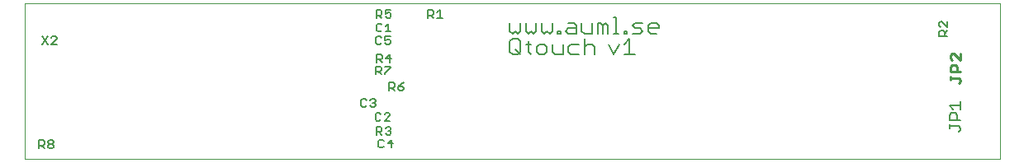
<source format=gto>
G75*
G70*
%OFA0B0*%
%FSLAX24Y24*%
%IPPOS*%
%LPD*%
%AMOC8*
5,1,8,0,0,1.08239X$1,22.5*
%
%ADD10C,0.0000*%
%ADD11C,0.0060*%
%ADD12C,0.0050*%
%ADD13C,0.0080*%
%ADD14C,0.0100*%
D10*
X003649Y000907D02*
X043019Y000907D01*
X043019Y007206D01*
X003649Y007206D01*
X003649Y000907D01*
D11*
X023241Y005245D02*
X023348Y005138D01*
X023562Y005138D01*
X023669Y005245D01*
X023669Y005672D01*
X023562Y005778D01*
X023348Y005778D01*
X023241Y005672D01*
X023241Y005245D01*
X023455Y005351D02*
X023669Y005138D01*
X023993Y005245D02*
X024100Y005138D01*
X023993Y005245D02*
X023993Y005672D01*
X023886Y005565D02*
X024100Y005565D01*
X024316Y005458D02*
X024422Y005565D01*
X024636Y005565D01*
X024743Y005458D01*
X024743Y005245D01*
X024636Y005138D01*
X024422Y005138D01*
X024316Y005245D01*
X024316Y005458D01*
X024960Y005565D02*
X024960Y005245D01*
X025067Y005138D01*
X025387Y005138D01*
X025387Y005565D01*
X025605Y005458D02*
X025711Y005565D01*
X026032Y005565D01*
X026249Y005458D02*
X026356Y005565D01*
X026570Y005565D01*
X026676Y005458D01*
X026676Y005138D01*
X026249Y005138D02*
X026249Y005778D01*
X027222Y005565D02*
X027435Y005138D01*
X027649Y005565D01*
X027866Y005565D02*
X028080Y005778D01*
X028080Y005138D01*
X028293Y005138D02*
X027866Y005138D01*
X026032Y005138D02*
X025711Y005138D01*
X025605Y005245D01*
X025605Y005458D01*
X025604Y005992D02*
X025497Y006099D01*
X025604Y006206D01*
X025924Y006206D01*
X025924Y006312D02*
X025924Y005992D01*
X025604Y005992D01*
X025282Y005992D02*
X025175Y005992D01*
X025175Y006099D01*
X025282Y006099D01*
X025282Y005992D01*
X024958Y006099D02*
X024958Y006419D01*
X024531Y006419D02*
X024531Y006099D01*
X024637Y005992D01*
X024744Y006099D01*
X024851Y005992D01*
X024958Y006099D01*
X024313Y006099D02*
X024313Y006419D01*
X023886Y006419D02*
X023886Y006099D01*
X023993Y005992D01*
X024100Y006099D01*
X024206Y005992D01*
X024313Y006099D01*
X023669Y006099D02*
X023562Y005992D01*
X023455Y006099D01*
X023348Y005992D01*
X023241Y006099D01*
X023241Y006419D01*
X023669Y006419D02*
X023669Y006099D01*
X025604Y006419D02*
X025818Y006419D01*
X025924Y006312D01*
X026142Y006419D02*
X026142Y006099D01*
X026249Y005992D01*
X026569Y005992D01*
X026569Y006419D01*
X026786Y006419D02*
X026893Y006419D01*
X027000Y006312D01*
X027107Y006419D01*
X027213Y006312D01*
X027213Y005992D01*
X027000Y005992D02*
X027000Y006312D01*
X026786Y006419D02*
X026786Y005992D01*
X027431Y005992D02*
X027644Y005992D01*
X027538Y005992D02*
X027538Y006633D01*
X027431Y006633D01*
X028183Y006312D02*
X028290Y006419D01*
X028610Y006419D01*
X028827Y006312D02*
X028934Y006419D01*
X029148Y006419D01*
X029254Y006312D01*
X029254Y006206D01*
X028827Y006206D01*
X028827Y006312D02*
X028827Y006099D01*
X028934Y005992D01*
X029148Y005992D01*
X028610Y006099D02*
X028503Y006206D01*
X028290Y006206D01*
X028183Y006312D01*
X027967Y006099D02*
X027967Y005992D01*
X027861Y005992D01*
X027861Y006099D01*
X027967Y006099D01*
X028183Y005992D02*
X028503Y005992D01*
X028610Y006099D01*
D12*
X041441Y003233D02*
X041441Y002932D01*
X041141Y002932D02*
X040991Y003082D01*
X041441Y003082D01*
X041216Y002772D02*
X041066Y002772D01*
X040991Y002697D01*
X040991Y002472D01*
X041441Y002472D01*
X041291Y002472D02*
X041291Y002697D01*
X041216Y002772D01*
X040991Y002312D02*
X040991Y002162D01*
X040991Y002237D02*
X041366Y002237D01*
X041441Y002162D01*
X041441Y002087D01*
X041366Y002012D01*
X004830Y001631D02*
X004830Y001573D01*
X004772Y001514D01*
X004655Y001514D01*
X004597Y001573D01*
X004597Y001631D01*
X004655Y001689D01*
X004772Y001689D01*
X004830Y001631D01*
X004462Y001631D02*
X004462Y001514D01*
X004404Y001456D01*
X004229Y001456D01*
X004345Y001456D02*
X004462Y001339D01*
X004597Y001398D02*
X004655Y001339D01*
X004772Y001339D01*
X004830Y001398D01*
X004830Y001456D01*
X004772Y001514D01*
X004655Y001514D02*
X004597Y001456D01*
X004597Y001398D01*
X004229Y001339D02*
X004229Y001689D01*
X004404Y001689D01*
X004462Y001631D01*
X004354Y005537D02*
X004588Y005887D01*
X004723Y005829D02*
X004781Y005887D01*
X004898Y005887D01*
X004956Y005829D01*
X004956Y005770D01*
X004723Y005537D01*
X004956Y005537D01*
X004588Y005537D02*
X004354Y005887D01*
D13*
X017844Y005818D02*
X017844Y005604D01*
X017898Y005551D01*
X018005Y005551D01*
X018058Y005604D01*
X018213Y005604D02*
X018266Y005551D01*
X018373Y005551D01*
X018426Y005604D01*
X018426Y005711D01*
X018373Y005765D01*
X018319Y005765D01*
X018213Y005711D01*
X018213Y005871D01*
X018426Y005871D01*
X018058Y005818D02*
X018005Y005871D01*
X017898Y005871D01*
X017844Y005818D01*
X017917Y006075D02*
X018024Y006075D01*
X018078Y006128D01*
X018232Y006075D02*
X018446Y006075D01*
X018339Y006075D02*
X018339Y006395D01*
X018232Y006288D01*
X018078Y006342D02*
X018024Y006395D01*
X017917Y006395D01*
X017864Y006342D01*
X017864Y006128D01*
X017917Y006075D01*
X017864Y006623D02*
X017864Y006944D01*
X018024Y006944D01*
X018078Y006890D01*
X018078Y006784D01*
X018024Y006730D01*
X017864Y006730D01*
X017971Y006730D02*
X018078Y006623D01*
X018232Y006677D02*
X018286Y006623D01*
X018393Y006623D01*
X018446Y006677D01*
X018446Y006784D01*
X018393Y006837D01*
X018339Y006837D01*
X018232Y006784D01*
X018232Y006944D01*
X018446Y006944D01*
X019944Y006944D02*
X020104Y006944D01*
X020157Y006891D01*
X020157Y006784D01*
X020104Y006731D01*
X019944Y006731D01*
X020050Y006731D02*
X020157Y006624D01*
X020312Y006624D02*
X020525Y006624D01*
X020419Y006624D02*
X020419Y006944D01*
X020312Y006838D01*
X019944Y006944D02*
X019944Y006624D01*
X018396Y005151D02*
X018236Y004991D01*
X018450Y004991D01*
X018082Y004991D02*
X018028Y004937D01*
X017868Y004937D01*
X017868Y004831D02*
X017868Y005151D01*
X018028Y005151D01*
X018082Y005097D01*
X018082Y004991D01*
X017975Y004937D02*
X018082Y004831D01*
X018396Y004831D02*
X018396Y005151D01*
X018422Y004661D02*
X018209Y004661D01*
X018054Y004608D02*
X018001Y004661D01*
X017840Y004661D01*
X017840Y004341D01*
X017840Y004448D02*
X018001Y004448D01*
X018054Y004501D01*
X018054Y004608D01*
X018209Y004394D02*
X018422Y004608D01*
X018422Y004661D01*
X018054Y004341D02*
X017947Y004448D01*
X018209Y004394D02*
X018209Y004341D01*
X018374Y004002D02*
X018534Y004002D01*
X018587Y003949D01*
X018587Y003842D01*
X018534Y003788D01*
X018374Y003788D01*
X018480Y003788D02*
X018587Y003682D01*
X018742Y003735D02*
X018795Y003682D01*
X018902Y003682D01*
X018955Y003735D01*
X018955Y003788D01*
X018902Y003842D01*
X018742Y003842D01*
X018742Y003735D01*
X018742Y003842D02*
X018849Y003949D01*
X018955Y004002D01*
X018374Y004002D02*
X018374Y003682D01*
X017821Y003292D02*
X017767Y003345D01*
X017661Y003345D01*
X017607Y003292D01*
X017714Y003185D02*
X017767Y003185D01*
X017821Y003132D01*
X017821Y003078D01*
X017767Y003025D01*
X017661Y003025D01*
X017607Y003078D01*
X017452Y003078D02*
X017399Y003025D01*
X017292Y003025D01*
X017239Y003078D01*
X017239Y003292D01*
X017292Y003345D01*
X017399Y003345D01*
X017452Y003292D01*
X017767Y003185D02*
X017821Y003239D01*
X017821Y003292D01*
X017874Y002774D02*
X017821Y002721D01*
X017821Y002508D01*
X017874Y002454D01*
X017981Y002454D01*
X018034Y002508D01*
X018189Y002454D02*
X018403Y002668D01*
X018403Y002721D01*
X018349Y002774D01*
X018242Y002774D01*
X018189Y002721D01*
X018034Y002721D02*
X017981Y002774D01*
X017874Y002774D01*
X018189Y002454D02*
X018403Y002454D01*
X018389Y002216D02*
X018442Y002163D01*
X018442Y002109D01*
X018389Y002056D01*
X018442Y002003D01*
X018442Y001949D01*
X018389Y001896D01*
X018282Y001896D01*
X018228Y001949D01*
X018335Y002056D02*
X018389Y002056D01*
X018282Y002216D02*
X018228Y002163D01*
X018282Y002216D02*
X018389Y002216D01*
X018074Y002163D02*
X018074Y002056D01*
X018020Y002003D01*
X017860Y002003D01*
X017967Y002003D02*
X018074Y001896D01*
X017860Y001896D02*
X017860Y002216D01*
X018020Y002216D01*
X018074Y002163D01*
X018107Y001695D02*
X018000Y001695D01*
X017947Y001642D01*
X017947Y001428D01*
X018000Y001375D01*
X018107Y001375D01*
X018160Y001428D01*
X018315Y001535D02*
X018529Y001535D01*
X018475Y001695D02*
X018315Y001535D01*
X018160Y001642D02*
X018107Y001695D01*
X018475Y001695D02*
X018475Y001375D01*
X040569Y005891D02*
X040569Y006051D01*
X040622Y006105D01*
X040729Y006105D01*
X040782Y006051D01*
X040782Y005891D01*
X040889Y005891D02*
X040569Y005891D01*
X040782Y005998D02*
X040889Y006105D01*
X040889Y006259D02*
X040675Y006473D01*
X040622Y006473D01*
X040569Y006420D01*
X040569Y006313D01*
X040622Y006259D01*
X040889Y006259D02*
X040889Y006473D01*
D14*
X041095Y005179D02*
X041028Y005113D01*
X041028Y004979D01*
X041095Y004912D01*
X041162Y005179D02*
X041429Y004912D01*
X041429Y005179D01*
X041162Y005179D02*
X041095Y005179D01*
X041095Y004719D02*
X041229Y004719D01*
X041295Y004652D01*
X041295Y004452D01*
X041429Y004452D02*
X041028Y004452D01*
X041028Y004652D01*
X041095Y004719D01*
X041028Y004259D02*
X041028Y004125D01*
X041028Y004192D02*
X041362Y004192D01*
X041429Y004125D01*
X041429Y004058D01*
X041362Y003992D01*
M02*

</source>
